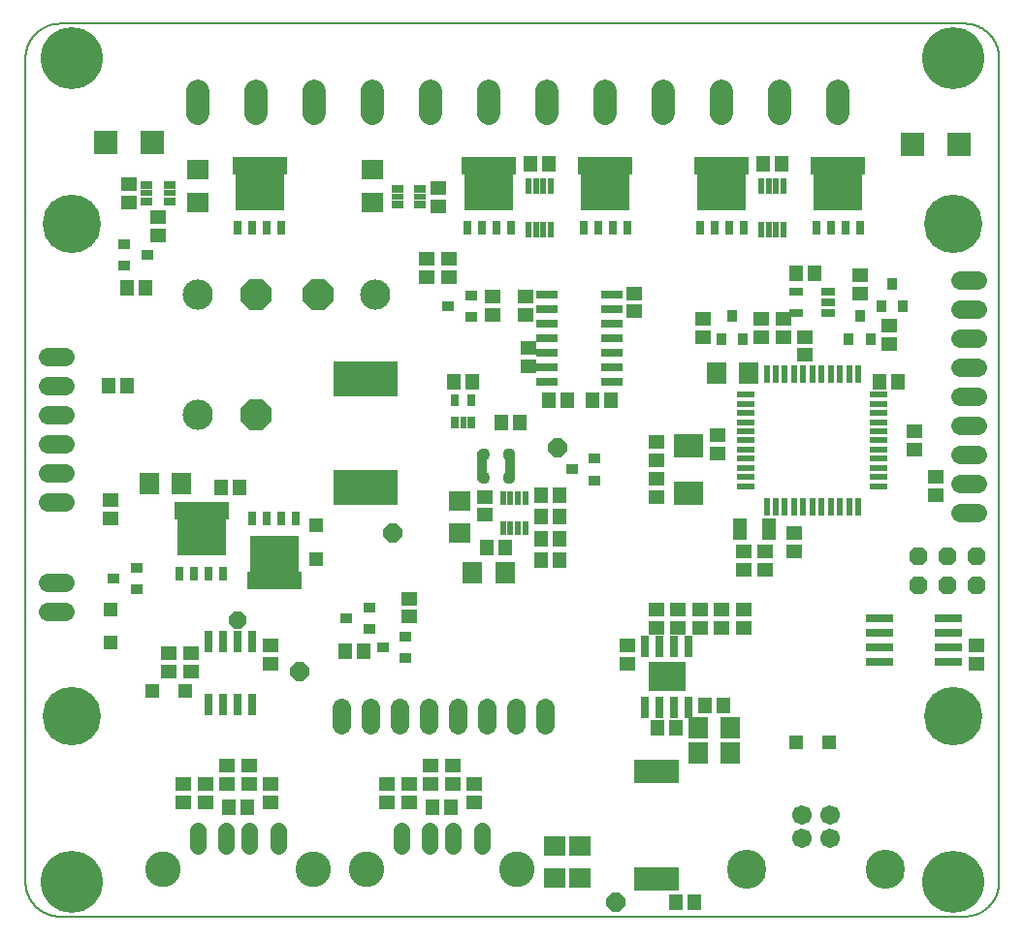
<source format=gts>
G75*
%MOIN*%
%OFA0B0*%
%FSLAX25Y25*%
%IPPOS*%
%LPD*%
%AMOC8*
5,1,8,0,0,1.08239X$1,22.5*
%
%ADD10R,0.03156X0.04928*%
%ADD11R,0.16935X0.12605*%
%ADD12R,0.18904X0.06306*%
%ADD13R,0.04362X0.04362*%
%ADD14R,0.04731X0.04731*%
%ADD15R,0.22054X0.12211*%
%ADD16C,0.10400*%
%ADD17OC8,0.10400*%
%ADD18R,0.05518X0.04731*%
%ADD19R,0.04731X0.05518*%
%ADD20R,0.07498X0.06699*%
%ADD21R,0.03943X0.02762*%
%ADD22R,0.03943X0.01975*%
%ADD23R,0.03156X0.07290*%
%ADD24R,0.07290X0.03156*%
%ADD25C,0.06699*%
%ADD26C,0.13455*%
%ADD27R,0.02172X0.04731*%
%ADD28R,0.03550X0.09849*%
%ADD29C,0.04362*%
%ADD30C,0.03575*%
%ADD31R,0.06699X0.07487*%
%ADD32R,0.07487X0.06699*%
%ADD33R,0.04337X0.03550*%
%ADD34R,0.05124X0.07487*%
%ADD35R,0.15361X0.08274*%
%ADD36R,0.02762X0.03943*%
%ADD37R,0.01975X0.03943*%
%ADD38C,0.05518*%
%ADD39C,0.12211*%
%ADD40R,0.03550X0.04337*%
%ADD41R,0.06306X0.02369*%
%ADD42R,0.02369X0.06306*%
%ADD43R,0.09849X0.07880*%
%ADD44C,0.06306*%
%ADD45R,0.04731X0.02762*%
%ADD46R,0.01975X0.05518*%
%ADD47C,0.08077*%
%ADD48C,0.21329*%
%ADD49C,0.00787*%
%ADD50C,0.20085*%
%ADD51R,0.12605X0.09849*%
%ADD52R,0.08274X0.08274*%
%ADD53R,0.09258X0.03156*%
%ADD54OC8,0.06306*%
%ADD55OC8,0.06400*%
%ADD56OC8,0.05715*%
D10*
X0117028Y0146644D03*
X0122028Y0146644D03*
X0127028Y0146644D03*
X0132028Y0146644D03*
X0142028Y0165600D03*
X0147028Y0165600D03*
X0152028Y0165600D03*
X0157028Y0165600D03*
X0152028Y0265394D03*
X0147028Y0265394D03*
X0142028Y0265394D03*
X0137028Y0265394D03*
X0215778Y0265394D03*
X0220778Y0265394D03*
X0225778Y0265394D03*
X0230778Y0265394D03*
X0255778Y0265394D03*
X0260778Y0265394D03*
X0265778Y0265394D03*
X0270778Y0265394D03*
X0295778Y0265394D03*
X0300778Y0265394D03*
X0305778Y0265394D03*
X0310778Y0265394D03*
X0335778Y0265394D03*
X0340778Y0265394D03*
X0345778Y0265394D03*
X0350778Y0265394D03*
D11*
X0343278Y0277894D03*
X0303278Y0277894D03*
X0263278Y0277894D03*
X0223278Y0277894D03*
X0144528Y0277894D03*
X0124528Y0159144D03*
X0149528Y0153100D03*
D12*
X0149528Y0144045D03*
X0124528Y0168199D03*
X0144528Y0286949D03*
X0223278Y0286949D03*
X0263278Y0286949D03*
X0303278Y0286949D03*
X0343278Y0286949D03*
D13*
X0343278Y0285571D03*
X0348789Y0285571D03*
X0348789Y0280059D03*
X0343278Y0280059D03*
X0337766Y0280059D03*
X0337766Y0285571D03*
X0337766Y0274547D03*
X0343278Y0274547D03*
X0348789Y0274547D03*
X0308789Y0274547D03*
X0303278Y0274547D03*
X0303278Y0280059D03*
X0308789Y0280059D03*
X0308789Y0285571D03*
X0303278Y0285571D03*
X0297766Y0285571D03*
X0297766Y0280059D03*
X0297766Y0274547D03*
X0268789Y0274547D03*
X0263278Y0274547D03*
X0257766Y0274547D03*
X0257766Y0280059D03*
X0263278Y0280059D03*
X0268789Y0280059D03*
X0268789Y0285571D03*
X0263278Y0285571D03*
X0257766Y0285571D03*
X0228789Y0285571D03*
X0223278Y0285571D03*
X0223278Y0280059D03*
X0228789Y0280059D03*
X0228789Y0274547D03*
X0223278Y0274547D03*
X0217766Y0274547D03*
X0217766Y0280059D03*
X0217766Y0285571D03*
X0150039Y0285571D03*
X0144528Y0285571D03*
X0144528Y0280059D03*
X0150039Y0280059D03*
X0150039Y0274547D03*
X0144528Y0274547D03*
X0139016Y0274547D03*
X0139016Y0280059D03*
X0139016Y0285571D03*
X0174872Y0216526D03*
X0180778Y0216526D03*
X0186683Y0216526D03*
X0186683Y0210620D03*
X0180778Y0210620D03*
X0174872Y0210620D03*
X0174872Y0179124D03*
X0174872Y0173219D03*
X0180778Y0173219D03*
X0180778Y0179124D03*
X0186683Y0179124D03*
X0186683Y0173219D03*
X0155039Y0156447D03*
X0149528Y0156447D03*
X0149528Y0150935D03*
X0155039Y0150935D03*
X0155039Y0145423D03*
X0149528Y0145423D03*
X0144016Y0145423D03*
X0144016Y0150935D03*
X0144016Y0156447D03*
X0130039Y0155797D03*
X0124528Y0155797D03*
X0124528Y0161309D03*
X0130039Y0161309D03*
X0130039Y0166821D03*
X0124528Y0166821D03*
X0119016Y0166821D03*
X0119016Y0161309D03*
X0119016Y0155797D03*
X0276053Y0078770D03*
X0280778Y0078770D03*
X0285502Y0078770D03*
X0284528Y0108760D03*
X0288465Y0108760D03*
X0288465Y0113484D03*
X0284528Y0113484D03*
X0280591Y0113484D03*
X0280591Y0108760D03*
X0280778Y0040974D03*
X0285502Y0040974D03*
X0276053Y0040974D03*
D14*
X0328819Y0088622D03*
X0340236Y0088622D03*
X0163903Y0151663D03*
X0163903Y0163081D03*
X0118986Y0106122D03*
X0107569Y0106122D03*
X0093278Y0122913D03*
X0093278Y0134331D03*
D15*
X0180778Y0176171D03*
X0180778Y0213573D03*
D16*
X0184370Y0242372D03*
X0123435Y0242372D03*
X0123435Y0201122D03*
D17*
X0143120Y0201122D03*
X0143120Y0242372D03*
X0164685Y0242372D03*
D18*
X0202028Y0248597D03*
X0202028Y0254897D03*
X0209528Y0254897D03*
X0209528Y0248597D03*
X0224528Y0241772D03*
X0224528Y0235472D03*
X0235778Y0235472D03*
X0235778Y0241772D03*
X0237028Y0224272D03*
X0237028Y0217972D03*
X0273278Y0236722D03*
X0273278Y0243022D03*
X0297028Y0234272D03*
X0297028Y0227972D03*
X0317028Y0227972D03*
X0324528Y0227972D03*
X0324528Y0234272D03*
X0317028Y0234272D03*
X0332028Y0228022D03*
X0332028Y0221722D03*
X0350778Y0242972D03*
X0350778Y0249272D03*
X0360778Y0231772D03*
X0360778Y0225472D03*
X0369528Y0195522D03*
X0369528Y0189222D03*
X0377028Y0179897D03*
X0377028Y0173597D03*
X0328278Y0160522D03*
X0328278Y0154222D03*
X0318278Y0154272D03*
X0318278Y0147972D03*
X0310778Y0147972D03*
X0310778Y0154272D03*
X0310778Y0134272D03*
X0303278Y0134272D03*
X0303278Y0127972D03*
X0310778Y0127972D03*
X0295778Y0127972D03*
X0295778Y0134272D03*
X0288278Y0134272D03*
X0280778Y0134272D03*
X0280778Y0127972D03*
X0288278Y0127972D03*
X0270778Y0121772D03*
X0270778Y0115472D03*
X0218278Y0074272D03*
X0218278Y0067972D03*
X0210778Y0074222D03*
X0203278Y0074222D03*
X0203278Y0080522D03*
X0210778Y0080522D03*
X0195778Y0074272D03*
X0188278Y0074272D03*
X0188278Y0067972D03*
X0195778Y0067972D03*
X0148278Y0067972D03*
X0148278Y0074272D03*
X0140778Y0074222D03*
X0133278Y0074222D03*
X0133278Y0080522D03*
X0140778Y0080522D03*
X0125778Y0074272D03*
X0125778Y0067972D03*
X0118278Y0067972D03*
X0118278Y0074272D03*
X0120778Y0112972D03*
X0120778Y0119272D03*
X0113278Y0119272D03*
X0113278Y0112972D03*
X0148278Y0115472D03*
X0148278Y0121772D03*
X0195778Y0131722D03*
X0195778Y0138022D03*
X0222028Y0166722D03*
X0222028Y0173022D03*
X0280778Y0172972D03*
X0280778Y0179272D03*
X0280778Y0185472D03*
X0280778Y0191772D03*
X0302028Y0194272D03*
X0302028Y0187972D03*
X0390778Y0121772D03*
X0390778Y0115472D03*
X0205778Y0272972D03*
X0205778Y0279272D03*
X0109528Y0269272D03*
X0109528Y0262972D03*
X0099528Y0274222D03*
X0099528Y0280522D03*
X0093278Y0171772D03*
X0093278Y0165472D03*
D19*
X0131378Y0176122D03*
X0137677Y0176122D03*
X0098927Y0211122D03*
X0092628Y0211122D03*
X0098878Y0244872D03*
X0105177Y0244872D03*
X0211378Y0212372D03*
X0217677Y0212372D03*
X0227628Y0198622D03*
X0233927Y0198622D03*
X0243878Y0206122D03*
X0250177Y0206122D03*
X0258878Y0206122D03*
X0265177Y0206122D03*
X0247677Y0173622D03*
X0241378Y0173622D03*
X0241378Y0166122D03*
X0247677Y0166122D03*
X0247677Y0158622D03*
X0241378Y0158622D03*
X0241378Y0151122D03*
X0247677Y0151122D03*
X0228927Y0155497D03*
X0222628Y0155497D03*
X0180177Y0119872D03*
X0173878Y0119872D03*
X0203878Y0066122D03*
X0210177Y0066122D03*
X0140177Y0066122D03*
X0133878Y0066122D03*
X0281378Y0093622D03*
X0287677Y0093622D03*
X0297628Y0101122D03*
X0303927Y0101122D03*
X0293927Y0033622D03*
X0287628Y0033622D03*
X0357628Y0212372D03*
X0363927Y0212372D03*
X0335177Y0249872D03*
X0328878Y0249872D03*
X0323927Y0287372D03*
X0317628Y0287372D03*
X0243927Y0287372D03*
X0237628Y0287372D03*
D20*
X0183278Y0285470D03*
X0183278Y0274274D03*
X0123278Y0274274D03*
X0123278Y0285470D03*
D21*
X0113465Y0280128D03*
X0105591Y0280128D03*
X0105591Y0274616D03*
X0113465Y0274616D03*
X0191841Y0273366D03*
X0191841Y0278878D03*
X0199715Y0278878D03*
X0199715Y0273366D03*
D22*
X0199715Y0276122D03*
X0191841Y0276122D03*
X0113465Y0277372D03*
X0105591Y0277372D03*
D23*
X0127028Y0123199D03*
X0132028Y0123199D03*
X0137028Y0123199D03*
X0142028Y0123199D03*
X0142028Y0101545D03*
X0137028Y0101545D03*
X0132028Y0101545D03*
X0127028Y0101545D03*
X0277028Y0100689D03*
X0282028Y0100689D03*
X0287028Y0100689D03*
X0292028Y0100689D03*
X0292028Y0121555D03*
X0287028Y0121555D03*
X0282028Y0121555D03*
X0277028Y0121555D03*
D24*
X0265650Y0212372D03*
X0265650Y0217372D03*
X0265650Y0222372D03*
X0265650Y0227372D03*
X0265650Y0232372D03*
X0265650Y0237372D03*
X0265650Y0242372D03*
X0243406Y0242372D03*
X0243406Y0237372D03*
X0243406Y0232372D03*
X0243406Y0227372D03*
X0243406Y0222372D03*
X0243406Y0217372D03*
X0243406Y0212372D03*
D25*
X0330856Y0063415D03*
X0330856Y0055541D03*
X0340699Y0055541D03*
X0340699Y0063415D03*
D26*
X0359478Y0044872D03*
X0312077Y0044872D03*
D27*
X0235866Y0162254D03*
X0233307Y0162254D03*
X0230748Y0162254D03*
X0228189Y0162254D03*
X0228189Y0172490D03*
X0230748Y0172490D03*
X0233307Y0172490D03*
X0235866Y0172490D03*
D28*
X0230699Y0183622D03*
X0220856Y0183425D03*
D29*
X0221447Y0179685D03*
X0221447Y0187559D03*
X0230108Y0187559D03*
X0230108Y0179685D03*
D30*
X0230699Y0183622D03*
X0220856Y0183622D03*
D31*
X0217766Y0146747D03*
X0228789Y0146747D03*
X0295266Y0093622D03*
X0295266Y0084872D03*
X0306289Y0084872D03*
X0306289Y0093622D03*
X0301516Y0215497D03*
X0312539Y0215497D03*
X0117539Y0177372D03*
X0106516Y0177372D03*
D32*
X0213278Y0171634D03*
X0213278Y0160610D03*
X0245778Y0052884D03*
X0254528Y0052884D03*
X0254528Y0041860D03*
X0245778Y0041860D03*
D33*
X0194715Y0117382D03*
X0194715Y0124862D03*
X0186841Y0121122D03*
X0182215Y0127382D03*
X0182215Y0134862D03*
X0174341Y0131122D03*
X0102215Y0141132D03*
X0102215Y0148612D03*
X0094341Y0144872D03*
X0209341Y0238622D03*
X0217215Y0234882D03*
X0217215Y0242362D03*
X0259715Y0186112D03*
X0259715Y0178632D03*
X0251841Y0182372D03*
X0105965Y0256122D03*
X0098091Y0252382D03*
X0098091Y0259862D03*
D34*
X0309606Y0161747D03*
X0319449Y0161747D03*
D35*
X0280778Y0078376D03*
X0280778Y0041368D03*
D36*
X0217283Y0198435D03*
X0211772Y0198435D03*
X0211772Y0206309D03*
X0217283Y0206309D03*
D37*
X0214528Y0198435D03*
D38*
X0210965Y0058100D02*
X0210965Y0052982D01*
X0203091Y0052982D02*
X0203091Y0058100D01*
X0193248Y0058100D02*
X0193248Y0052982D01*
X0220807Y0052982D02*
X0220807Y0058100D01*
X0150807Y0058100D02*
X0150807Y0052982D01*
X0140965Y0052982D02*
X0140965Y0058100D01*
X0133091Y0058100D02*
X0133091Y0052982D01*
X0123248Y0052982D02*
X0123248Y0058100D01*
D39*
X0111161Y0044872D03*
X0162894Y0044872D03*
X0181161Y0044872D03*
X0232894Y0044872D03*
D40*
X0303287Y0227185D03*
X0310768Y0227185D03*
X0307028Y0235059D03*
X0347037Y0227185D03*
X0354518Y0227185D03*
X0350778Y0235059D03*
X0358287Y0238435D03*
X0365768Y0238435D03*
X0362028Y0246309D03*
D41*
X0357362Y0208120D03*
X0357362Y0204970D03*
X0357362Y0201821D03*
X0357362Y0198671D03*
X0357362Y0195522D03*
X0357362Y0192372D03*
X0357362Y0189222D03*
X0357362Y0186073D03*
X0357362Y0182923D03*
X0357362Y0179774D03*
X0357362Y0176624D03*
X0311693Y0176624D03*
X0311693Y0179774D03*
X0311693Y0182923D03*
X0311693Y0186073D03*
X0311693Y0189222D03*
X0311693Y0192372D03*
X0311693Y0195522D03*
X0311693Y0198671D03*
X0311693Y0201821D03*
X0311693Y0204970D03*
X0311693Y0208120D03*
D42*
X0318780Y0215207D03*
X0321929Y0215207D03*
X0325079Y0215207D03*
X0328228Y0215207D03*
X0331378Y0215207D03*
X0334528Y0215207D03*
X0337677Y0215207D03*
X0340827Y0215207D03*
X0343976Y0215207D03*
X0347126Y0215207D03*
X0350276Y0215207D03*
X0350276Y0169537D03*
X0347126Y0169537D03*
X0343976Y0169537D03*
X0340827Y0169537D03*
X0337677Y0169537D03*
X0334528Y0169537D03*
X0331378Y0169537D03*
X0328228Y0169537D03*
X0325079Y0169537D03*
X0321929Y0169537D03*
X0318780Y0169537D03*
D43*
X0292028Y0174301D03*
X0292028Y0190443D03*
D44*
X0385325Y0187372D02*
X0391230Y0187372D01*
X0391230Y0197372D02*
X0385325Y0197372D01*
X0385325Y0207372D02*
X0391230Y0207372D01*
X0391230Y0217372D02*
X0385325Y0217372D01*
X0385325Y0227372D02*
X0391230Y0227372D01*
X0391230Y0237372D02*
X0385325Y0237372D01*
X0385325Y0247372D02*
X0391230Y0247372D01*
X0391230Y0177372D02*
X0385325Y0177372D01*
X0385325Y0167372D02*
X0391230Y0167372D01*
X0242756Y0100472D02*
X0242756Y0094567D01*
X0232756Y0094567D02*
X0232756Y0100472D01*
X0222756Y0100472D02*
X0222756Y0094567D01*
X0212756Y0094567D02*
X0212756Y0100472D01*
X0202756Y0100472D02*
X0202756Y0094567D01*
X0192756Y0094567D02*
X0192756Y0100472D01*
X0182756Y0100472D02*
X0182756Y0094567D01*
X0172756Y0094567D02*
X0172756Y0100472D01*
X0077480Y0133622D02*
X0071575Y0133622D01*
X0071575Y0143622D02*
X0077480Y0143622D01*
X0077480Y0171122D02*
X0071575Y0171122D01*
X0071575Y0181122D02*
X0077480Y0181122D01*
X0077480Y0191122D02*
X0071575Y0191122D01*
X0071575Y0201122D02*
X0077480Y0201122D01*
X0077480Y0211122D02*
X0071575Y0211122D01*
X0071575Y0221122D02*
X0077480Y0221122D01*
D45*
X0329016Y0236132D03*
X0329016Y0243612D03*
X0340039Y0243612D03*
X0340039Y0239872D03*
X0340039Y0236132D03*
D46*
X0324616Y0264892D03*
X0322057Y0264892D03*
X0319498Y0264892D03*
X0316939Y0264892D03*
X0316939Y0279852D03*
X0319498Y0279852D03*
X0322057Y0279852D03*
X0324616Y0279852D03*
X0244616Y0279852D03*
X0242057Y0279852D03*
X0239498Y0279852D03*
X0236939Y0279852D03*
X0236939Y0264892D03*
X0239498Y0264892D03*
X0242057Y0264892D03*
X0244616Y0264892D03*
D47*
X0243278Y0304783D02*
X0243278Y0312461D01*
X0263278Y0312461D02*
X0263278Y0304783D01*
X0283278Y0304783D02*
X0283278Y0312461D01*
X0303278Y0312461D02*
X0303278Y0304783D01*
X0323278Y0304783D02*
X0323278Y0312461D01*
X0343278Y0312461D02*
X0343278Y0304783D01*
X0223278Y0304783D02*
X0223278Y0312461D01*
X0203278Y0312461D02*
X0203278Y0304783D01*
X0183278Y0304783D02*
X0183278Y0312461D01*
X0163278Y0312461D02*
X0163278Y0304783D01*
X0143278Y0304783D02*
X0143278Y0312461D01*
X0123278Y0312461D02*
X0123278Y0304783D01*
D48*
X0079803Y0323898D03*
X0382953Y0323898D03*
X0382953Y0040433D03*
X0079803Y0040433D03*
D49*
X0064055Y0040433D02*
X0064055Y0323898D01*
X0064058Y0324183D01*
X0064069Y0324469D01*
X0064086Y0324754D01*
X0064110Y0325038D01*
X0064141Y0325322D01*
X0064179Y0325605D01*
X0064224Y0325886D01*
X0064275Y0326167D01*
X0064333Y0326447D01*
X0064398Y0326725D01*
X0064470Y0327001D01*
X0064548Y0327275D01*
X0064633Y0327548D01*
X0064725Y0327818D01*
X0064823Y0328086D01*
X0064927Y0328352D01*
X0065038Y0328615D01*
X0065155Y0328875D01*
X0065278Y0329133D01*
X0065408Y0329387D01*
X0065544Y0329638D01*
X0065685Y0329886D01*
X0065833Y0330130D01*
X0065986Y0330371D01*
X0066146Y0330607D01*
X0066311Y0330840D01*
X0066481Y0331069D01*
X0066657Y0331294D01*
X0066839Y0331514D01*
X0067025Y0331730D01*
X0067217Y0331941D01*
X0067414Y0332148D01*
X0067616Y0332350D01*
X0067823Y0332547D01*
X0068034Y0332739D01*
X0068250Y0332925D01*
X0068470Y0333107D01*
X0068695Y0333283D01*
X0068924Y0333453D01*
X0069157Y0333618D01*
X0069393Y0333778D01*
X0069634Y0333931D01*
X0069878Y0334079D01*
X0070126Y0334220D01*
X0070377Y0334356D01*
X0070631Y0334486D01*
X0070889Y0334609D01*
X0071149Y0334726D01*
X0071412Y0334837D01*
X0071678Y0334941D01*
X0071946Y0335039D01*
X0072216Y0335131D01*
X0072489Y0335216D01*
X0072763Y0335294D01*
X0073039Y0335366D01*
X0073317Y0335431D01*
X0073597Y0335489D01*
X0073878Y0335540D01*
X0074159Y0335585D01*
X0074442Y0335623D01*
X0074726Y0335654D01*
X0075010Y0335678D01*
X0075295Y0335695D01*
X0075581Y0335706D01*
X0075866Y0335709D01*
X0386890Y0335709D01*
X0387175Y0335706D01*
X0387461Y0335695D01*
X0387746Y0335678D01*
X0388030Y0335654D01*
X0388314Y0335623D01*
X0388597Y0335585D01*
X0388878Y0335540D01*
X0389159Y0335489D01*
X0389439Y0335431D01*
X0389717Y0335366D01*
X0389993Y0335294D01*
X0390267Y0335216D01*
X0390540Y0335131D01*
X0390810Y0335039D01*
X0391078Y0334941D01*
X0391344Y0334837D01*
X0391607Y0334726D01*
X0391867Y0334609D01*
X0392125Y0334486D01*
X0392379Y0334356D01*
X0392630Y0334220D01*
X0392878Y0334079D01*
X0393122Y0333931D01*
X0393363Y0333778D01*
X0393599Y0333618D01*
X0393832Y0333453D01*
X0394061Y0333283D01*
X0394286Y0333107D01*
X0394506Y0332925D01*
X0394722Y0332739D01*
X0394933Y0332547D01*
X0395140Y0332350D01*
X0395342Y0332148D01*
X0395539Y0331941D01*
X0395731Y0331730D01*
X0395917Y0331514D01*
X0396099Y0331294D01*
X0396275Y0331069D01*
X0396445Y0330840D01*
X0396610Y0330607D01*
X0396770Y0330371D01*
X0396923Y0330130D01*
X0397071Y0329886D01*
X0397212Y0329638D01*
X0397348Y0329387D01*
X0397478Y0329133D01*
X0397601Y0328875D01*
X0397718Y0328615D01*
X0397829Y0328352D01*
X0397933Y0328086D01*
X0398031Y0327818D01*
X0398123Y0327548D01*
X0398208Y0327275D01*
X0398286Y0327001D01*
X0398358Y0326725D01*
X0398423Y0326447D01*
X0398481Y0326167D01*
X0398532Y0325886D01*
X0398577Y0325605D01*
X0398615Y0325322D01*
X0398646Y0325038D01*
X0398670Y0324754D01*
X0398687Y0324469D01*
X0398698Y0324183D01*
X0398701Y0323898D01*
X0398701Y0040433D01*
X0398698Y0040148D01*
X0398687Y0039862D01*
X0398670Y0039577D01*
X0398646Y0039293D01*
X0398615Y0039009D01*
X0398577Y0038726D01*
X0398532Y0038445D01*
X0398481Y0038164D01*
X0398423Y0037884D01*
X0398358Y0037606D01*
X0398286Y0037330D01*
X0398208Y0037056D01*
X0398123Y0036783D01*
X0398031Y0036513D01*
X0397933Y0036245D01*
X0397829Y0035979D01*
X0397718Y0035716D01*
X0397601Y0035456D01*
X0397478Y0035198D01*
X0397348Y0034944D01*
X0397212Y0034693D01*
X0397071Y0034445D01*
X0396923Y0034201D01*
X0396770Y0033960D01*
X0396610Y0033724D01*
X0396445Y0033491D01*
X0396275Y0033262D01*
X0396099Y0033037D01*
X0395917Y0032817D01*
X0395731Y0032601D01*
X0395539Y0032390D01*
X0395342Y0032183D01*
X0395140Y0031981D01*
X0394933Y0031784D01*
X0394722Y0031592D01*
X0394506Y0031406D01*
X0394286Y0031224D01*
X0394061Y0031048D01*
X0393832Y0030878D01*
X0393599Y0030713D01*
X0393363Y0030553D01*
X0393122Y0030400D01*
X0392878Y0030252D01*
X0392630Y0030111D01*
X0392379Y0029975D01*
X0392125Y0029845D01*
X0391867Y0029722D01*
X0391607Y0029605D01*
X0391344Y0029494D01*
X0391078Y0029390D01*
X0390810Y0029292D01*
X0390540Y0029200D01*
X0390267Y0029115D01*
X0389993Y0029037D01*
X0389717Y0028965D01*
X0389439Y0028900D01*
X0389159Y0028842D01*
X0388878Y0028791D01*
X0388597Y0028746D01*
X0388314Y0028708D01*
X0388030Y0028677D01*
X0387746Y0028653D01*
X0387461Y0028636D01*
X0387175Y0028625D01*
X0386890Y0028622D01*
X0075866Y0028622D01*
X0075581Y0028625D01*
X0075295Y0028636D01*
X0075010Y0028653D01*
X0074726Y0028677D01*
X0074442Y0028708D01*
X0074159Y0028746D01*
X0073878Y0028791D01*
X0073597Y0028842D01*
X0073317Y0028900D01*
X0073039Y0028965D01*
X0072763Y0029037D01*
X0072489Y0029115D01*
X0072216Y0029200D01*
X0071946Y0029292D01*
X0071678Y0029390D01*
X0071412Y0029494D01*
X0071149Y0029605D01*
X0070889Y0029722D01*
X0070631Y0029845D01*
X0070377Y0029975D01*
X0070126Y0030111D01*
X0069878Y0030252D01*
X0069634Y0030400D01*
X0069393Y0030553D01*
X0069157Y0030713D01*
X0068924Y0030878D01*
X0068695Y0031048D01*
X0068470Y0031224D01*
X0068250Y0031406D01*
X0068034Y0031592D01*
X0067823Y0031784D01*
X0067616Y0031981D01*
X0067414Y0032183D01*
X0067217Y0032390D01*
X0067025Y0032601D01*
X0066839Y0032817D01*
X0066657Y0033037D01*
X0066481Y0033262D01*
X0066311Y0033491D01*
X0066146Y0033724D01*
X0065986Y0033960D01*
X0065833Y0034201D01*
X0065685Y0034445D01*
X0065544Y0034693D01*
X0065408Y0034944D01*
X0065278Y0035198D01*
X0065155Y0035456D01*
X0065038Y0035716D01*
X0064927Y0035979D01*
X0064823Y0036245D01*
X0064725Y0036513D01*
X0064633Y0036783D01*
X0064548Y0037056D01*
X0064470Y0037330D01*
X0064398Y0037606D01*
X0064333Y0037884D01*
X0064275Y0038164D01*
X0064224Y0038445D01*
X0064179Y0038726D01*
X0064141Y0039009D01*
X0064110Y0039293D01*
X0064086Y0039577D01*
X0064069Y0039862D01*
X0064058Y0040148D01*
X0064055Y0040433D01*
D50*
X0079803Y0097520D03*
X0079803Y0266811D03*
X0382953Y0266811D03*
X0382953Y0097520D03*
D51*
X0284528Y0111122D03*
D52*
X0368957Y0294247D03*
X0385098Y0294247D03*
X0107598Y0294872D03*
X0091457Y0294872D03*
D53*
X0357717Y0131122D03*
X0357717Y0126122D03*
X0357717Y0121122D03*
X0357717Y0116122D03*
X0381339Y0116122D03*
X0381339Y0121122D03*
X0381339Y0126122D03*
X0381339Y0131122D03*
D54*
X0380778Y0142372D03*
X0380778Y0152372D03*
X0370778Y0152372D03*
X0370778Y0142372D03*
X0390778Y0142372D03*
X0390778Y0152372D03*
D55*
X0267028Y0033622D03*
X0158278Y0112997D03*
X0190153Y0160497D03*
X0247028Y0189872D03*
D56*
X0137028Y0130497D03*
M02*

</source>
